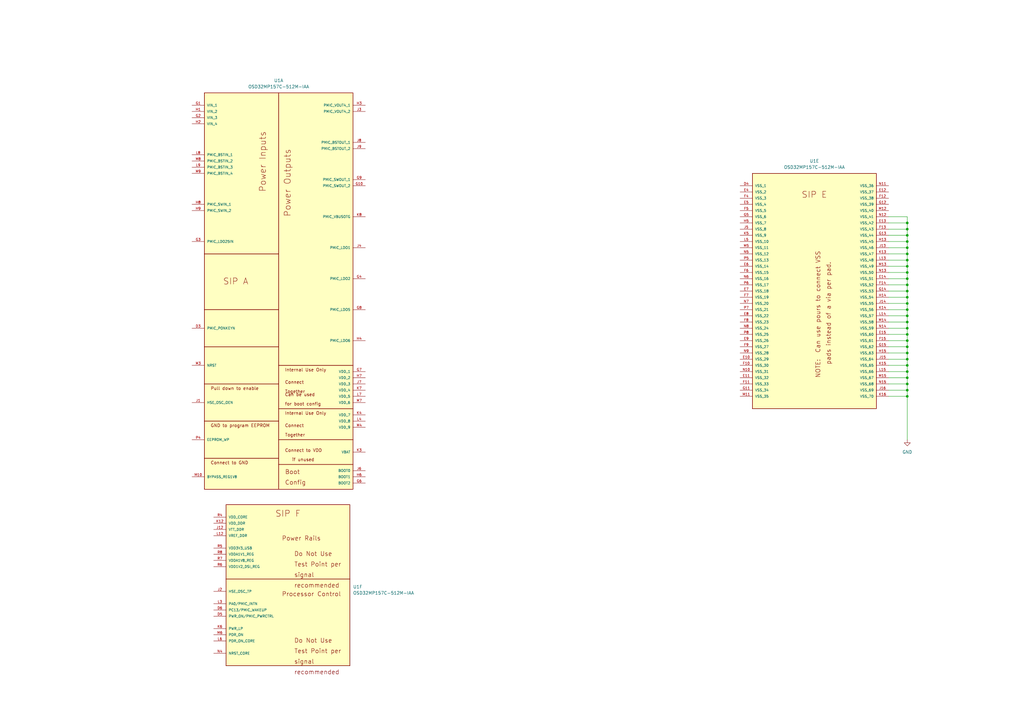
<source format=kicad_sch>
(kicad_sch (version 20231120) (generator "eeschema") (generator_version "8.0")
  (paper "A3")
  (lib_symbols
    (symbol "OSD32MP157C-512M-IAA:OSD32MP157C-512M-IAA" (pin_names (offset 1.016))
      (property "Reference" "U" (at 0 165.1 0))
      (property "Value" "OSD32MP157C-512M-IAA" (at 0 -2.54 0))
      (symbol "OSD32MP157C-512M-IAA_1_0"
        (polyline (pts (xy 0 96.52) (xy 30.48 96.52)) (stroke (width 0.254)))
        (polyline (pts (xy 30.48 10.16) (xy 30.48 0)) (stroke (width 0.254)))
        (polyline (pts (xy 30.48 10.16) (xy 30.48 12.7)) (stroke (width 0.254)))
        (polyline (pts (xy 30.48 12.7) (xy 0 12.7)) (stroke (width 0.254)))
        (polyline (pts (xy 30.48 20.32) (xy 30.48 12.7)) (stroke (width 0.254)))
        (polyline (pts (xy 30.48 20.32) (xy 30.48 27.94)) (stroke (width 0.254)))
        (polyline (pts (xy 30.48 20.32) (xy 60.96 20.32)) (stroke (width 0.254)))
        (polyline (pts (xy 30.48 27.94) (xy 0 27.94)) (stroke (width 0.254)))
        (polyline (pts (xy 30.48 33.02) (xy 30.48 27.94)) (stroke (width 0.254)))
        (polyline (pts (xy 30.48 33.02) (xy 60.96 33.02)) (stroke (width 0.254)))
        (polyline (pts (xy 30.48 43.18) (xy 0 43.18)) (stroke (width 0.254)))
        (polyline (pts (xy 30.48 43.18) (xy 30.48 33.02)) (stroke (width 0.254)))
        (polyline (pts (xy 30.48 50.8) (xy 30.48 43.18)) (stroke (width 0.254)))
        (polyline (pts (xy 30.48 50.8) (xy 60.96 50.8)) (stroke (width 0.254)))
        (polyline (pts (xy 30.48 58.42) (xy 0 58.42)) (stroke (width 0.254)))
        (polyline (pts (xy 30.48 58.42) (xy 30.48 50.8)) (stroke (width 0.254)))
        (polyline (pts (xy 30.48 73.66) (xy 0 73.66)) (stroke (width 0.254)))
        (polyline (pts (xy 30.48 73.66) (xy 30.48 58.42)) (stroke (width 0.254)))
        (polyline (pts (xy 30.48 96.52) (xy 30.48 73.66)) (stroke (width 0.254)))
        (polyline (pts (xy 30.48 162.56) (xy 30.48 96.52)) (stroke (width 0.254)))
        (polyline (pts (xy 60.96 10.16) (xy 30.48 10.16)) (stroke (width 0.254)))
        (rectangle (start 0 0) (end 60.96 162.56) (stroke (width 0.254)) (fill (type background)))
        (text "   if unused" (at 33.02 11.43 0) (effects (font (size 1.27 1.27)) (justify left bottom)))
        (text "Boot " (at 33.02 6.096 0) (effects (font (size 1.778 1.778)) (justify left bottom)))
        (text "Can be used" (at 33.02 38.1 0) (effects (font (size 1.27 1.27)) (justify left bottom)))
        (text "Config" (at 33.02 1.778 0) (effects (font (size 1.778 1.778)) (justify left bottom)))
        (text "Connect" (at 33.02 25.4 0) (effects (font (size 1.27 1.27)) (justify left bottom)))
        (text "Connect" (at 33.02 43.18 0) (effects (font (size 1.27 1.27)) (justify left bottom)))
        (text "Connect to GND" (at 2.54 10.16 0) (effects (font (size 1.27 1.27)) (justify left bottom)))
        (text "Connect to VDD" (at 33.02 15.24 0) (effects (font (size 1.27 1.27)) (justify left bottom)))
        (text "for boot config" (at 33.02 34.29 0) (effects (font (size 1.27 1.27)) (justify left bottom)))
        (text "GND to program EEPROM" (at 2.54 25.4 0) (effects (font (size 1.27 1.27)) (justify left bottom)))
        (text "Internal Use Only" (at 33.02 30.48 0) (effects (font (size 1.27 1.27)) (justify left bottom)))
        (text "Internal Use Only" (at 33.02 48.26 0) (effects (font (size 1.27 1.27)) (justify left bottom)))
        (text "Power Inputs" (at 25.4 121.92 900) (effects (font (size 2.54 2.54)) (justify left bottom)))
        (text "Power Outputs" (at 35.56 111.76 900) (effects (font (size 2.54 2.54)) (justify left bottom)))
        (text "Pull down to enable" (at 2.54 40.64 0) (effects (font (size 1.27 1.27)) (justify left bottom)))
        (text "SIP A" (at 7.62 83.82 0) (effects (font (size 2.54 2.54)) (justify left bottom)))
        (text "Together" (at 33.02 21.59 0) (effects (font (size 1.27 1.27)) (justify left bottom)))
        (text "Together" (at 33.02 39.37 0) (effects (font (size 1.27 1.27)) (justify left bottom)))
        (pin bidirectional line (at -5.08 66.04 0) (length 5.08) (name "PMIC_PONKEYN") (number "D3"))
        (pin bidirectional line (at -5.08 157.48 0) (length 5.08) (name "VIN_1") (number "G1"))
        (pin bidirectional line (at 66.04 124.46 180) (length 5.08) (name "PMIC_SWOUT_2") (number "G10"))
        (pin bidirectional line (at -5.08 152.4 0) (length 5.08) (name "VIN_3") (number "G2"))
        (pin bidirectional line (at -5.08 101.6 0) (length 5.08) (name "PMIC_LDO25IN") (number "G3"))
        (pin bidirectional line (at 66.04 86.36 180) (length 5.08) (name "PMIC_LDO2") (number "G4"))
        (pin bidirectional line (at 66.04 2.54 180) (length 5.08) (name "BOOT2") (number "G6"))
        (pin bidirectional line (at 66.04 48.26 180) (length 5.08) (name "VDD_1") (number "G7"))
        (pin bidirectional line (at 66.04 73.66 180) (length 5.08) (name "PMIC_LDO5") (number "G8"))
        (pin bidirectional line (at 66.04 127 180) (length 5.08) (name "PMIC_SWOUT_1") (number "G9"))
        (pin bidirectional line (at -5.08 154.94 0) (length 5.08) (name "VIN_2") (number "H1"))
        (pin bidirectional line (at -5.08 149.86 0) (length 5.08) (name "VIN_4") (number "H2"))
        (pin bidirectional line (at 66.04 157.48 180) (length 5.08) (name "PMIC_VOUT4_1") (number "H3"))
        (pin bidirectional line (at 66.04 60.96 180) (length 5.08) (name "PMIC_LDO6") (number "H4"))
        (pin bidirectional line (at 66.04 5.08 180) (length 5.08) (name "BOOT1") (number "H6"))
        (pin bidirectional line (at 66.04 45.72 180) (length 5.08) (name "VDD_2") (number "H7"))
        (pin bidirectional line (at -5.08 116.84 0) (length 5.08) (name "PMIC_SWIN_1") (number "H8"))
        (pin bidirectional line (at -5.08 114.3 0) (length 5.08) (name "PMIC_SWIN_2") (number "H9"))
        (pin bidirectional line (at -5.08 35.56 0) (length 5.08) (name "HSE_OSC_OEN") (number "J1"))
        (pin bidirectional line (at 66.04 154.94 180) (length 5.08) (name "PMIC_VOUT4_2") (number "J3"))
        (pin bidirectional line (at 66.04 99.06 180) (length 5.08) (name "PMIC_LDO1") (number "J4"))
        (pin bidirectional line (at 66.04 7.62 180) (length 5.08) (name "BOOT0") (number "J6"))
        (pin bidirectional line (at 66.04 43.18 180) (length 5.08) (name "VDD_3") (number "J7"))
        (pin bidirectional line (at 66.04 142.24 180) (length 5.08) (name "PMIC_BSTOUT_1") (number "J8"))
        (pin bidirectional line (at 66.04 139.7 180) (length 5.08) (name "PMIC_BSTOUT_2") (number "J9"))
        (pin bidirectional line (at 66.04 15.24 180) (length 5.08) (name "VBAT") (number "K3"))
        (pin bidirectional line (at 66.04 30.48 180) (length 5.08) (name "VDD_7") (number "K4"))
        (pin bidirectional line (at 66.04 40.64 180) (length 5.08) (name "VDD_4") (number "K7"))
        (pin bidirectional line (at 66.04 111.76 180) (length 5.08) (name "PMIC_VBUSOTG") (number "K8"))
        (pin bidirectional line (at 66.04 27.94 180) (length 5.08) (name "VDD_8") (number "L4"))
        (pin bidirectional line (at 66.04 38.1 180) (length 5.08) (name "VDD_5") (number "L7"))
        (pin bidirectional line (at -5.08 137.16 0) (length 5.08) (name "PMIC_BSTIN_1") (number "L8"))
        (pin bidirectional line (at -5.08 132.08 0) (length 5.08) (name "PMIC_BSTIN_3") (number "L9"))
        (pin bidirectional line (at -5.08 5.08 0) (length 5.08) (name "BYPASS_REG1V8") (number "M10"))
        (pin bidirectional line (at -5.08 50.8 0) (length 5.08) (name "NRST") (number "M3"))
        (pin bidirectional line (at 66.04 25.4 180) (length 5.08) (name "VDD_9") (number "M4"))
        (pin bidirectional line (at 66.04 35.56 180) (length 5.08) (name "VDD_6") (number "M7"))
        (pin bidirectional line (at -5.08 134.62 0) (length 5.08) (name "PMIC_BSTIN_2") (number "M8"))
        (pin bidirectional line (at -5.08 129.54 0) (length 5.08) (name "PMIC_BSTIN_4") (number "M9"))
        (pin bidirectional line (at -5.08 20.32 0) (length 5.08) (name "EEPROM_WP") (number "P4"))
      )
      (symbol "OSD32MP157C-512M-IAA_2_0"
        (rectangle (start 0 0) (end 50.8 96.52) (stroke (width 0.254)) (fill (type background)))
        (text "SIP B" (at 20.32 81.28 0) (effects (font (size 2.54 2.54)) (justify left bottom)))
        (pin bidirectional line (at -5.08 43.18 0) (length 5.08) (name "PB0") (number "A11"))
        (pin bidirectional line (at -5.08 73.66 0) (length 5.08) (name "PA7") (number "A12"))
        (pin bidirectional line (at -5.08 17.78 0) (length 5.08) (name "PB10") (number "A13"))
        (pin bidirectional line (at -5.08 10.16 0) (length 5.08) (name "PB13") (number "A14"))
        (pin bidirectional line (at -5.08 86.36 0) (length 5.08) (name "PA2") (number "A15"))
        (pin bidirectional line (at -5.08 78.74 0) (length 5.08) (name "PA5") (number "A16"))
        (pin bidirectional line (at 55.88 91.44 180) (length 5.08) (name "PC0") (number "A17"))
        (pin bidirectional line (at 55.88 5.08 180) (length 5.08) (name "PD15") (number "A2"))
        (pin bidirectional line (at -5.08 58.42 0) (length 5.08) (name "PA13") (number "A3"))
        (pin bidirectional line (at -5.08 83.82 0) (length 5.08) (name "PA3") (number "A5"))
        (pin bidirectional line (at -5.08 15.24 0) (length 5.08) (name "PB11") (number "A9"))
        (pin bidirectional line (at 55.88 20.32 180) (length 5.08) (name "PD9") (number "B1"))
        (pin bidirectional line (at -5.08 40.64 0) (length 5.08) (name "PB1") (number "B11"))
        (pin bidirectional line (at 55.88 81.28 180) (length 5.08) (name "PC4") (number "B12"))
        (pin bidirectional line (at -5.08 12.7 0) (length 5.08) (name "PB12") (number "B14"))
        (pin bidirectional line (at 55.88 88.9 180) (length 5.08) (name "PC1") (number "B15"))
        (pin bidirectional line (at -5.08 81.28 0) (length 5.08) (name "PA4") (number "B16"))
        (pin bidirectional line (at -5.08 76.2 0) (length 5.08) (name "PA6") (number "B17"))
        (pin bidirectional line (at 55.88 22.86 180) (length 5.08) (name "PD8") (number "B2"))
        (pin bidirectional line (at -5.08 55.88 0) (length 5.08) (name "PA14") (number "B3"))
        (pin bidirectional line (at 55.88 83.82 180) (length 5.08) (name "PC3") (number "B6"))
        (pin bidirectional line (at 55.88 78.74 180) (length 5.08) (name "PC5") (number "C12"))
        (pin bidirectional line (at -5.08 88.9 0) (length 5.08) (name "PA1") (number "C16"))
        (pin bidirectional line (at -5.08 30.48 0) (length 5.08) (name "PB5") (number "C17"))
        (pin bidirectional line (at 55.88 7.62 180) (length 5.08) (name "PD14") (number "C3"))
        (pin bidirectional line (at 55.88 86.36 180) (length 5.08) (name "PC2") (number "C7"))
        (pin bidirectional line (at 55.88 15.24 180) (length 5.08) (name "PD11") (number "E18"))
        (pin bidirectional line (at 55.88 12.7 180) (length 5.08) (name "PD12") (number "F16"))
        (pin bidirectional line (at 55.88 10.16 180) (length 5.08) (name "PD13") (number "F17"))
        (pin bidirectional line (at -5.08 27.94 0) (length 5.08) (name "PB6") (number "H18"))
        (pin bidirectional line (at -5.08 66.04 0) (length 5.08) (name "PA10") (number "L16"))
        (pin bidirectional line (at -5.08 63.5 0) (length 5.08) (name "PA11") (number "L17"))
        (pin bidirectional line (at -5.08 60.96 0) (length 5.08) (name "PA12") (number "L18"))
        (pin bidirectional line (at -5.08 38.1 0) (length 5.08) (name "PB2") (number "M18"))
        (pin bidirectional line (at 55.88 53.34 180) (length 5.08) (name "PC15-OSC32_OUT") (number "N1"))
        (pin bidirectional line (at 55.88 55.88 180) (length 5.08) (name "PC14-OSC32_IN") (number "N2"))
        (pin bidirectional line (at 55.88 73.66 180) (length 5.08) (name "PC7") (number "R16"))
        (pin bidirectional line (at 55.88 76.2 180) (length 5.08) (name "PC6") (number "R18"))
        (pin bidirectional line (at 55.88 27.94 180) (length 5.08) (name "PD6") (number "T10"))
        (pin bidirectional line (at 55.88 35.56 180) (length 5.08) (name "PD3") (number "T11"))
        (pin bidirectional line (at -5.08 22.86 0) (length 5.08) (name "PB8") (number "T13"))
        (pin bidirectional line (at -5.08 7.62 0) (length 5.08) (name "PB14") (number "T14"))
        (pin bidirectional line (at -5.08 53.34 0) (length 5.08) (name "PA15") (number "T15"))
        (pin bidirectional line (at 55.88 71.12 180) (length 5.08) (name "PC8") (number "T16"))
        (pin bidirectional line (at -5.08 71.12 0) (length 5.08) (name "PA8") (number "T17"))
        (pin bidirectional line (at 55.88 30.48 180) (length 5.08) (name "PD5") (number "U10"))
        (pin bidirectional line (at 55.88 40.64 180) (length 5.08) (name "PD1") (number "U11"))
        (pin bidirectional line (at -5.08 68.58 0) (length 5.08) (name "PA9") (number "U12"))
        (pin bidirectional line (at -5.08 20.32 0) (length 5.08) (name "PB9") (number "U13"))
        (pin bidirectional line (at -5.08 33.02 0) (length 5.08) (name "PB4") (number "U14"))
        (pin bidirectional line (at 55.88 68.58 180) (length 5.08) (name "PC9") (number "U16"))
        (pin bidirectional line (at 55.88 63.5 180) (length 5.08) (name "PC11") (number "U17"))
        (pin bidirectional line (at 55.88 38.1 180) (length 5.08) (name "PD2") (number "U18"))
        (pin bidirectional line (at 55.88 25.4 180) (length 5.08) (name "PD7") (number "U9"))
        (pin bidirectional line (at 55.88 33.02 180) (length 5.08) (name "PD4") (number "V10"))
        (pin bidirectional line (at 55.88 43.18 180) (length 5.08) (name "PD0") (number "V11"))
        (pin bidirectional line (at -5.08 25.4 0) (length 5.08) (name "PB7") (number "V12"))
        (pin bidirectional line (at -5.08 5.08 0) (length 5.08) (name "PB15") (number "V13"))
        (pin bidirectional line (at -5.08 35.56 0) (length 5.08) (name "PB3") (number "V14"))
        (pin bidirectional line (at 55.88 66.04 180) (length 5.08) (name "PC10") (number "V16"))
        (pin bidirectional line (at 55.88 60.96 180) (length 5.08) (name "PC12") (number "V17"))
        (pin bidirectional line (at 55.88 17.78 180) (length 5.08) (name "PD10") (number "V6"))
      )
      (symbol "OSD32MP157C-512M-IAA_3_0"
        (polyline (pts (xy 0 30.48) (xy 25.4 30.48)) (stroke (width 0.254)))
        (polyline (pts (xy 0 40.64) (xy 25.4 40.64)) (stroke (width 0.254)))
        (polyline (pts (xy 25.4 25.4) (xy 25.4 0)) (stroke (width 0.254)))
        (polyline (pts (xy 25.4 25.4) (xy 50.8 25.4)) (stroke (width 0.254)))
        (polyline (pts (xy 25.4 30.48) (xy 25.4 25.4)) (stroke (width 0.254)))
        (polyline (pts (xy 25.4 38.1) (xy 25.4 30.48)) (stroke (width 0.254)))
        (polyline (pts (xy 25.4 38.1) (xy 50.8 38.1)) (stroke (width 0.254)))
        (polyline (pts (xy 25.4 40.64) (xy 25.4 38.1)) (stroke (width 0.254)))
        (polyline (pts (xy 25.4 68.58) (xy 25.4 40.64)) (stroke (width 0.254)))
        (rectangle (start 0 0) (end 50.8 68.58) (stroke (width 0.254)) (fill (type background)))
        (text "Analog" (at 27.94 33.02 0) (effects (font (size 2.54 2.54)) (justify left bottom)))
        (text "Analog " (at 27.94 55.88 0) (effects (font (size 2.54 2.54)) (justify left bottom)))
        (text "DSI" (at 17.78 58.42 900) (effects (font (size 2.54 2.54)) (justify right top)))
        (text "JTAG" (at 27.94 20.32 0) (effects (font (size 2.54 2.54)) (justify left bottom)))
        (text "Power" (at 27.94 50.8 0) (effects (font (size 2.54 2.54)) (justify left bottom)))
        (text "SIP D" (at 7.62 35.56 0) (effects (font (size 2.54 2.54)) (justify left bottom)))
        (text "USB" (at 17.78 20.32 900) (effects (font (size 2.54 2.54)) (justify right top)))
        (pin bidirectional line (at -5.08 7.62 0) (length 5.08) (name "USB_DM2") (number "J17"))
        (pin bidirectional line (at -5.08 5.08 0) (length 5.08) (name "USB_DP2") (number "J18"))
        (pin bidirectional line (at 55.88 43.18 180) (length 5.08) (name "VSSA") (number "K1"))
        (pin bidirectional line (at -5.08 15.24 0) (length 5.08) (name "USB_DP1") (number "K17"))
        (pin bidirectional line (at -5.08 17.78 0) (length 5.08) (name "USB_DM1") (number "K18"))
        (pin bidirectional line (at 55.88 45.72 180) (length 5.08) (name "VREF-") (number "K2"))
        (pin bidirectional line (at -5.08 25.4 0) (length 5.08) (name "OTG_VBUS") (number "K9"))
        (pin bidirectional line (at 55.88 33.02 180) (length 5.08) (name "ANA0") (number "L1"))
        (pin bidirectional line (at 55.88 30.48 180) (length 5.08) (name "ANA1") (number "L2"))
        (pin bidirectional line (at 55.88 63.5 180) (length 5.08) (name "VDDA") (number "M1"))
        (pin bidirectional line (at 55.88 60.96 180) (length 5.08) (name "VREF+") (number "M2"))
        (pin bidirectional line (at -5.08 48.26 0) (length 5.08) (name "DSI_CKP") (number "N16"))
        (pin bidirectional line (at -5.08 55.88 0) (length 5.08) (name "DSI_D1P") (number "N17"))
        (pin bidirectional line (at -5.08 53.34 0) (length 5.08) (name "DSI_D1N") (number "N18"))
        (pin bidirectional line (at -5.08 45.72 0) (length 5.08) (name "DSI_CKN") (number "P16"))
        (pin bidirectional line (at -5.08 63.5 0) (length 5.08) (name "DSI_D0P") (number "P17"))
        (pin bidirectional line (at -5.08 60.96 0) (length 5.08) (name "DSI_D0N") (number "P18"))
        (pin bidirectional line (at 55.88 7.62 180) (length 5.08) (name "NJTRST") (number "R11"))
        (pin bidirectional line (at 55.88 10.16 180) (length 5.08) (name "JTDO-TRACESWO") (number "R12"))
        (pin bidirectional line (at 55.88 12.7 180) (length 5.08) (name "JTDI") (number "R13"))
        (pin bidirectional line (at 55.88 17.78 180) (length 5.08) (name "JTMS-SWDIO") (number "R14"))
        (pin bidirectional line (at 55.88 15.24 180) (length 5.08) (name "JTCK-SWCLK") (number "R15"))
      )
      (symbol "OSD32MP157C-512M-IAA_4_0"
        (rectangle (start 0 0) (end 50.8 144.78) (stroke (width 0.254)) (fill (type background)))
        (text "SIP C" (at 20.32 134.62 0) (effects (font (size 2.54 2.54)) (justify left bottom)))
        (pin bidirectional line (at -5.08 58.42 0) (length 5.08) (name "PF13") (number "A10"))
        (pin bidirectional line (at -5.08 12.7 0) (length 5.08) (name "PG12") (number "A4"))
        (pin bidirectional line (at -5.08 134.62 0) (length 5.08) (name "PE2") (number "A6"))
        (pin bidirectional line (at -5.08 7.62 0) (length 5.08) (name "PG14") (number "A7"))
        (pin bidirectional line (at -5.08 38.1 0) (length 5.08) (name "PG2") (number "A8"))
        (pin bidirectional line (at -5.08 55.88 0) (length 5.08) (name "PF14") (number "B10"))
        (pin bidirectional line (at 55.88 134.62 180) (length 5.08) (name "PH2") (number "B13"))
        (pin bidirectional line (at -5.08 63.5 0) (length 5.08) (name "PF11") (number "B18"))
        (pin bidirectional line (at 55.88 66.04 180) (length 5.08) (name "PI10") (number "B4"))
        (pin bidirectional line (at 55.88 124.46 180) (length 5.08) (name "PH6") (number "B5"))
        (pin bidirectional line (at -5.08 10.16 0) (length 5.08) (name "PG13") (number "B7"))
        (pin bidirectional line (at -5.08 40.64 0) (length 5.08) (name "PG1") (number "B8"))
        (pin bidirectional line (at -5.08 33.02 0) (length 5.08) (name "PG4") (number "B9"))
        (pin bidirectional line (at 55.88 71.12 180) (length 5.08) (name "PI8") (number "C1"))
        (pin bidirectional line (at -5.08 53.34 0) (length 5.08) (name "PF15") (number "C10"))
        (pin bidirectional line (at -5.08 60.96 0) (length 5.08) (name "PF12") (number "C11"))
        (pin bidirectional line (at 55.88 132.08 180) (length 5.08) (name "PH3") (number "C13"))
        (pin bidirectional line (at -5.08 15.24 0) (length 5.08) (name "PG11") (number "C14"))
        (pin bidirectional line (at -5.08 30.48 0) (length 5.08) (name "PG5") (number "C15"))
        (pin bidirectional line (at -5.08 17.78 0) (length 5.08) (name "PG10") (number "C18"))
        (pin bidirectional line (at 55.88 68.58 180) (length 5.08) (name "PI9") (number "C2"))
        (pin bidirectional line (at 55.88 63.5 180) (length 5.08) (name "PI11") (number "C4"))
        (pin bidirectional line (at 55.88 121.92 180) (length 5.08) (name "PH7") (number "C5"))
        (pin bidirectional line (at -5.08 83.82 0) (length 5.08) (name "PF3") (number "C6"))
        (pin bidirectional line (at -5.08 43.18 0) (length 5.08) (name "PG0") (number "C8"))
        (pin bidirectional line (at -5.08 35.56 0) (length 5.08) (name "PG3") (number "C9"))
        (pin bidirectional line (at 55.88 27.94 180) (length 5.08) (name "PZ6") (number "D1"))
        (pin bidirectional line (at -5.08 22.86 0) (length 5.08) (name "PG8") (number "D16"))
        (pin bidirectional line (at -5.08 121.92 0) (length 5.08) (name "PE7") (number "D17"))
        (pin bidirectional line (at -5.08 119.38 0) (length 5.08) (name "PE8") (number "D18"))
        (pin bidirectional line (at 55.88 25.4 180) (length 5.08) (name "PZ7") (number "D2"))
        (pin bidirectional line (at 55.88 35.56 180) (length 5.08) (name "PZ3") (number "E1"))
        (pin bidirectional line (at -5.08 116.84 0) (length 5.08) (name "PE9") (number "E16"))
        (pin bidirectional line (at -5.08 114.3 0) (length 5.08) (name "PE10") (number "E17"))
        (pin bidirectional line (at 55.88 33.02 180) (length 5.08) (name "PZ4/PMIC_SCL") (number "E2"))
        (pin bidirectional line (at 55.88 30.48 180) (length 5.08) (name "PZ5/PMIC_SDA") (number "E3"))
        (pin bidirectional line (at 55.88 43.18 180) (length 5.08) (name "PZ0") (number "F1"))
        (pin bidirectional line (at -5.08 76.2 0) (length 5.08) (name "PF6") (number "F18"))
        (pin bidirectional line (at 55.88 40.64 180) (length 5.08) (name "PZ1") (number "F2"))
        (pin bidirectional line (at 55.88 38.1 180) (length 5.08) (name "PZ2") (number "F3"))
        (pin bidirectional line (at -5.08 73.66 0) (length 5.08) (name "PF7") (number "G16"))
        (pin bidirectional line (at -5.08 71.12 0) (length 5.08) (name "PF8") (number "G17"))
        (pin bidirectional line (at -5.08 68.58 0) (length 5.08) (name "PF9") (number "G18"))
        (pin bidirectional line (at -5.08 66.04 0) (length 5.08) (name "PF10") (number "H16"))
        (pin bidirectional line (at -5.08 25.4 0) (length 5.08) (name "PG7") (number "H17"))
        (pin bidirectional line (at -5.08 20.32 0) (length 5.08) (name "PG9") (number "M17"))
        (pin bidirectional line (at 55.88 73.66 180) (length 5.08) (name "PI7") (number "N3"))
        (pin bidirectional line (at 55.88 81.28 180) (length 5.08) (name "PI4") (number "P1"))
        (pin bidirectional line (at 55.88 78.74 180) (length 5.08) (name "PI5") (number "P2"))
        (pin bidirectional line (at 55.88 76.2 180) (length 5.08) (name "PI6") (number "P3"))
        (pin bidirectional line (at 55.88 88.9 180) (length 5.08) (name "PI1") (number "R1"))
        (pin bidirectional line (at -5.08 129.54 0) (length 5.08) (name "PE4") (number "R17"))
        (pin bidirectional line (at 55.88 86.36 180) (length 5.08) (name "PI2") (number "R2"))
        (pin bidirectional line (at 55.88 83.82 180) (length 5.08) (name "PI3") (number "R3"))
        (pin bidirectional line (at 55.88 104.14 180) (length 5.08) (name "PH14") (number "T1"))
        (pin bidirectional line (at -5.08 132.08 0) (length 5.08) (name "PE3") (number "T12"))
        (pin bidirectional line (at -5.08 86.36 0) (length 5.08) (name "PF2") (number "T18"))
        (pin bidirectional line (at 55.88 101.6 180) (length 5.08) (name "PH15") (number "T2"))
        (pin bidirectional line (at 55.88 91.44 180) (length 5.08) (name "PI0") (number "T3"))
        (pin bidirectional line (at 55.88 119.38 180) (length 5.08) (name "PH8") (number "T4"))
        (pin bidirectional line (at -5.08 106.68 0) (length 5.08) (name "PE13") (number "T5"))
        (pin bidirectional line (at 55.88 127 180) (length 5.08) (name "PH5") (number "T6"))
        (pin bidirectional line (at -5.08 137.16 0) (length 5.08) (name "PE1") (number "T7"))
        (pin bidirectional line (at -5.08 78.74 0) (length 5.08) (name "PF5") (number "T8"))
        (pin bidirectional line (at -5.08 124.46 0) (length 5.08) (name "PE6") (number "T9"))
        (pin bidirectional line (at 55.88 106.68 180) (length 5.08) (name "PH13") (number "U1"))
        (pin bidirectional line (at -5.08 27.94 0) (length 5.08) (name "PG6") (number "U15"))
        (pin bidirectional line (at 55.88 109.22 180) (length 5.08) (name "PH12") (number "U2"))
        (pin bidirectional line (at 55.88 114.3 180) (length 5.08) (name "PH10") (number "U3"))
        (pin bidirectional line (at -5.08 101.6 0) (length 5.08) (name "PE15") (number "U4"))
        (pin bidirectional line (at -5.08 109.22 0) (length 5.08) (name "PE12") (number "U5"))
        (pin bidirectional line (at 55.88 129.54 180) (length 5.08) (name "PH4") (number "U6"))
        (pin bidirectional line (at -5.08 139.7 0) (length 5.08) (name "PE0") (number "U7"))
        (pin bidirectional line (at -5.08 91.44 0) (length 5.08) (name "PF0") (number "U8"))
        (pin bidirectional line (at -5.08 127 0) (length 5.08) (name "PE5") (number "V15"))
        (pin bidirectional line (at 55.88 111.76 180) (length 5.08) (name "PH11") (number "V2"))
        (pin bidirectional line (at 55.88 116.84 180) (length 5.08) (name "PH9") (number "V3"))
        (pin bidirectional line (at -5.08 104.14 0) (length 5.08) (name "PE14") (number "V4"))
        (pin bidirectional line (at -5.08 111.76 0) (length 5.08) (name "PE11") (number "V5"))
        (pin bidirectional line (at -5.08 81.28 0) (length 5.08) (name "PF4") (number "V7"))
        (pin bidirectional line (at -5.08 88.9 0) (length 5.08) (name "PF1") (number "V8"))
        (pin bidirectional line (at -5.08 5.08 0) (length 5.08) (name "PG15") (number "V9"))
      )
      (symbol "OSD32MP157C-512M-IAA_5_0"
        (rectangle (start 0 0) (end 50.8 96.52) (stroke (width 0.254)) (fill (type background)))
        (text "    pads instead of a via per pad." (at 32.258 12.7 900) (effects (font (size 1.778 1.778)) (justify left bottom)))
        (text "NOTE:  Can use pours to connect VSS" (at 27.94 12.7 900) (effects (font (size 1.778 1.778)) (justify left bottom)))
        (text "SIP E" (at 25.4 86.36 0) (effects (font (size 2.54 2.54)) (justify bottom)))
        (pin bidirectional line (at -5.08 91.44 0) (length 5.08) (name "VSS_1") (number "D4"))
        (pin bidirectional line (at -5.08 20.32 0) (length 5.08) (name "VSS_29") (number "E10"))
        (pin bidirectional line (at -5.08 12.7 0) (length 5.08) (name "VSS_32") (number "E11"))
        (pin bidirectional line (at 55.88 88.9 180) (length 5.08) (name "VSS_37") (number "E12"))
        (pin bidirectional line (at 55.88 76.2 180) (length 5.08) (name "VSS_42") (number "E13"))
        (pin bidirectional line (at 55.88 53.34 180) (length 5.08) (name "VSS_51") (number "E14"))
        (pin bidirectional line (at 55.88 30.48 180) (length 5.08) (name "VSS_60") (number "E15"))
        (pin bidirectional line (at -5.08 88.9 0) (length 5.08) (name "VSS_2") (number "E4"))
        (pin bidirectional line (at -5.08 83.82 0) (length 5.08) (name "VSS_4") (number "E5"))
        (pin bidirectional line (at -5.08 58.42 0) (length 5.08) (name "VSS_14") (number "E6"))
        (pin bidirectional line (at -5.08 48.26 0) (length 5.08) (name "VSS_18") (number "E7"))
        (pin bidirectional line (at -5.08 38.1 0) (length 5.08) (name "VSS_22") (number "E8"))
        (pin bidirectional line (at -5.08 27.94 0) (length 5.08) (name "VSS_26") (number "E9"))
        (pin bidirectional line (at -5.08 17.78 0) (length 5.08) (name "VSS_30") (number "F10"))
        (pin bidirectional line (at -5.08 10.16 0) (length 5.08) (name "VSS_33") (number "F11"))
        (pin bidirectional line (at 55.88 86.36 180) (length 5.08) (name "VSS_38") (number "F12"))
        (pin bidirectional line (at 55.88 73.66 180) (length 5.08) (name "VSS_43") (number "F13"))
        (pin bidirectional line (at 55.88 50.8 180) (length 5.08) (name "VSS_52") (number "F14"))
        (pin bidirectional line (at 55.88 27.94 180) (length 5.08) (name "VSS_61") (number "F15"))
        (pin bidirectional line (at -5.08 86.36 0) (length 5.08) (name "VSS_3") (number "F4"))
        (pin bidirectional line (at -5.08 81.28 0) (length 5.08) (name "VSS_5") (number "F5"))
        (pin bidirectional line (at -5.08 55.88 0) (length 5.08) (name "VSS_15") (number "F6"))
        (pin bidirectional line (at -5.08 45.72 0) (length 5.08) (name "VSS_19") (number "F7"))
        (pin bidirectional line (at -5.08 35.56 0) (length 5.08) (name "VSS_23") (number "F8"))
        (pin bidirectional line (at -5.08 25.4 0) (length 5.08) (name "VSS_27") (number "F9"))
        (pin bidirectional line (at -5.08 7.62 0) (length 5.08) (name "VSS_34") (number "G11"))
        (pin bidirectional line (at 55.88 83.82 180) (length 5.08) (name "VSS_39") (number "G12"))
        (pin bidirectional line (at 55.88 71.12 180) (length 5.08) (name "VSS_44") (number "G13"))
        (pin bidirectional line (at 55.88 48.26 180) (length 5.08) (name "VSS_53") (number "G14"))
        (pin bidirectional line (at 55.88 25.4 180) (length 5.08) (name "VSS_62") (number "G15"))
        (pin bidirectional line (at -5.08 78.74 0) (length 5.08) (name "VSS_6") (number "G5"))
        (pin bidirectional line (at 55.88 68.58 180) (length 5.08) (name "VSS_45") (number "H13"))
        (pin bidirectional line (at 55.88 45.72 180) (length 5.08) (name "VSS_54") (number "H14"))
        (pin bidirectional line (at 55.88 22.86 180) (length 5.08) (name "VSS_63") (number "H15"))
        (pin bidirectional line (at -5.08 76.2 0) (length 5.08) (name "VSS_7") (number "H5"))
        (pin bidirectional line (at 55.88 66.04 180) (length 5.08) (name "VSS_46") (number "J13"))
        (pin bidirectional line (at 55.88 43.18 180) (length 5.08) (name "VSS_55") (number "J14"))
        (pin bidirectional line (at 55.88 20.32 180) (length 5.08) (name "VSS_64") (number "J15"))
        (pin bidirectional line (at 55.88 7.62 180) (length 5.08) (name "VSS_69") (number "J16"))
        (pin bidirectional line (at -5.08 73.66 0) (length 5.08) (name "VSS_8") (number "J5"))
        (pin bidirectional line (at 55.88 63.5 180) (length 5.08) (name "VSS_47") (number "K13"))
        (pin bidirectional line (at 55.88 40.64 180) (length 5.08) (name "VSS_56") (number "K14"))
        (pin bidirectional line (at 55.88 17.78 180) (length 5.08) (name "VSS_65") (number "K15"))
        (pin bidirectional line (at 55.88 5.08 180) (length 5.08) (name "VSS_70") (number "K16"))
        (pin bidirectional line (at -5.08 71.12 0) (length 5.08) (name "VSS_9") (number "K5"))
        (pin bidirectional line (at 55.88 60.96 180) (length 5.08) (name "VSS_48") (number "L13"))
        (pin bidirectional line (at 55.88 38.1 180) (length 5.08) (name "VSS_57") (number "L14"))
        (pin bidirectional line (at 55.88 15.24 180) (length 5.08) (name "VSS_66") (number "L15"))
        (pin bidirectional line (at -5.08 68.58 0) (length 5.08) (name "VSS_10") (number "L5"))
        (pin bidirectional line (at -5.08 5.08 0) (length 5.08) (name "VSS_35") (number "M11"))
        (pin bidirectional line (at 55.88 81.28 180) (length 5.08) (name "VSS_40") (number "M12"))
        (pin bidirectional line (at 55.88 58.42 180) (length 5.08) (name "VSS_49") (number "M13"))
        (pin bidirectional line (at 55.88 35.56 180) (length 5.08) (name "VSS_58") (number "M14"))
        (pin bidirectional line (at 55.88 12.7 180) (length 5.08) (name "VSS_67") (number "M15"))
        (pin bidirectional line (at -5.08 66.04 0) (length 5.08) (name "VSS_11") (number "M5"))
        (pin bidirectional line (at -5.08 15.24 0) (length 5.08) (name "VSS_31") (number "N10"))
        (pin bidirectional line (at 55.88 91.44 180) (length 5.08) (name "VSS_36") (number "N11"))
        (pin bidirectional line (at 55.88 78.74 180) (length 5.08) (name "VSS_41") (number "N12"))
        (pin bidirectional line (at 55.88 55.88 180) (length 5.08) (name "VSS_50") (number "N13"))
        (pin bidirectional line (at 55.88 33.02 180) (length 5.08) (name "VSS_59") (number "N14"))
        (pin bidirectional line (at 55.88 10.16 180) (length 5.08) (name "VSS_68") (number "N15"))
        (pin bidirectional line (at -5.08 63.5 0) (length 5.08) (name "VSS_12") (number "N5"))
        (pin bidirectional line (at -5.08 53.34 0) (length 5.08) (name "VSS_16") (number "N6"))
        (pin bidirectional line (at -5.08 43.18 0) (length 5.08) (name "VSS_20") (number "N7"))
        (pin bidirectional line (at -5.08 33.02 0) (length 5.08) (name "VSS_24") (number "N8"))
        (pin bidirectional line (at -5.08 22.86 0) (length 5.08) (name "VSS_28") (number "N9"))
        (pin bidirectional line (at -5.08 60.96 0) (length 5.08) (name "VSS_13") (number "P5"))
        (pin bidirectional line (at -5.08 50.8 0) (length 5.08) (name "VSS_17") (number "P6"))
        (pin bidirectional line (at -5.08 40.64 0) (length 5.08) (name "VSS_21") (number "P7"))
        (pin bidirectional line (at -5.08 30.48 0) (length 5.08) (name "VSS_25") (number "P8"))
      )
      (symbol "OSD32MP157C-512M-IAA_6_0"
        (polyline (pts (xy 0 35.56) (xy 50.8 35.56)) (stroke (width 0.254)))
        (rectangle (start 0 0) (end 50.8 66.04) (stroke (width 0.254)) (fill (type background)))
        (text "Do Not Use" (at 27.94 11.43 0) (effects (font (size 1.778 1.778)) (justify left top)))
        (text "Do Not Use" (at 27.94 46.99 0) (effects (font (size 1.778 1.778)) (justify left top)))
        (text "Power Rails" (at 22.86 53.34 0) (effects (font (size 1.778 1.778)) (justify left top)))
        (text "Processor Control" (at 22.86 30.48 0) (effects (font (size 1.778 1.778)) (justify left top)))
        (text "recommended" (at 27.94 -1.524 0) (effects (font (size 1.778 1.778)) (justify left top)))
        (text "recommended" (at 27.94 34.036 0) (effects (font (size 1.778 1.778)) (justify left top)))
        (text "signal " (at 27.94 2.794 0) (effects (font (size 1.778 1.778)) (justify left top)))
        (text "signal " (at 27.94 38.354 0) (effects (font (size 1.778 1.778)) (justify left top)))
        (text "SIP F" (at 25.4 60.96 0) (effects (font (size 2.54 2.54)) (justify bottom)))
        (text "Test Point per " (at 27.94 7.112 0) (effects (font (size 1.778 1.778)) (justify left top)))
        (text "Test Point per " (at 27.94 42.672 0) (effects (font (size 1.778 1.778)) (justify left top)))
        (pin bidirectional line (at -5.08 20.32 0) (length 5.08) (name "PWR_ON/PMIC_PWRCTRL") (number "D5"))
        (pin bidirectional line (at -5.08 22.86 0) (length 5.08) (name "PC13/PMIC_WAKEUP") (number "D6"))
        (pin bidirectional line (at -5.08 55.88 0) (length 5.08) (name "VTT_DDR") (number "J12"))
        (pin bidirectional line (at -5.08 30.48 0) (length 5.08) (name "HSE_OSC_TP") (number "J2"))
        (pin bidirectional line (at -5.08 58.42 0) (length 5.08) (name "VDD_DDR") (number "K12"))
        (pin bidirectional line (at -5.08 15.24 0) (length 5.08) (name "PWR_LP") (number "K6"))
        (pin bidirectional line (at -5.08 53.34 0) (length 5.08) (name "VREF_DDR") (number "L12"))
        (pin bidirectional line (at -5.08 25.4 0) (length 5.08) (name "PA0/PMIC_INTN") (number "L3"))
        (pin bidirectional line (at -5.08 10.16 0) (length 5.08) (name "PDR_ON_CORE") (number "L6"))
        (pin bidirectional line (at -5.08 12.7 0) (length 5.08) (name "PDR_ON") (number "M6"))
        (pin bidirectional line (at -5.08 5.08 0) (length 5.08) (name "NRST_CORE") (number "N4"))
        (pin bidirectional line (at -5.08 60.96 0) (length 5.08) (name "VDD_CORE") (number "R4"))
        (pin bidirectional line (at -5.08 48.26 0) (length 5.08) (name "VDD3V3_USB") (number "R5"))
        (pin bidirectional line (at -5.08 40.64 0) (length 5.08) (name "VDD1V2_DSI_REG") (number "R6"))
        (pin bidirectional line (at -5.08 43.18 0) (length 5.08) (name "VDDA1V8_REG") (number "R7"))
        (pin bidirectional line (at -5.08 45.72 0) (length 5.08) (name "VDDA1V1_REG") (number "R8"))
      )
      (symbol "OSD32MP157C-512M-IAA_7_0"
        (rectangle (start 0 0) (end 50.8 33.02) (stroke (width 0.254)) (fill (type background)))
        (text "All pins reserved " (at 17.78 18.796 0) (effects (font (size 1.778 1.778)) (justify left bottom)))
        (text "Do Not Connect" (at 20.32 10.16 0) (effects (font (size 1.778 1.778)) (justify left bottom)))
        (text "for future use" (at 17.78 14.478 0) (effects (font (size 1.778 1.778)) (justify left bottom)))
        (text "SIP G" (at 30.48 22.86 0) (effects (font (size 2.54 2.54)) (justify bottom)))
        (pin bidirectional line (at -5.08 15.24 0) (length 5.08) (name "RSVD_6") (number "D10"))
        (pin bidirectional line (at -5.08 27.94 0) (length 5.08) (name "RSVD_1") (number "D7"))
        (pin bidirectional line (at -5.08 25.4 0) (length 5.08) (name "RSVD_2") (number "D8"))
        (pin bidirectional line (at -5.08 22.86 0) (length 5.08) (name "RSVD_3") (number "D9"))
        (pin bidirectional line (at -5.08 7.62 0) (length 5.08) (name "RSVD_9") (number "H12"))
        (pin bidirectional line (at -5.08 5.08 0) (length 5.08) (name "RSVD_10") (number "M16"))
        (pin bidirectional line (at -5.08 12.7 0) (length 5.08) (name "RSVD_7") (number "P10"))
        (pin bidirectional line (at -5.08 20.32 0) (length 5.08) (name "RSVD_4") (number "P9"))
        (pin bidirectional line (at -5.08 10.16 0) (length 5.08) (name "RSVD_8") (number "R10"))
        (pin bidirectional line (at -5.08 17.78 0) (length 5.08) (name "RSVD_5") (number "R9"))
      )
    )
    (symbol "power:GND" (power) (pin_numbers hide) (pin_names (offset 0) hide)
      (property "Value" "GND" (at 0 -3.81 0))
      (symbol "GND_0_1"
        (polyline (pts (xy 0 0) (xy 0 -1.27) (xy 1.27 -1.27) (xy 0 -2.54) (xy -1.27 -1.27) (xy 0 -1.27)))
      )
      (symbol "GND_1_1"
        (pin power_in line (at 0 0 270) (length 0) (name "~") (number "1"))
      )
    )
  )
  (junction (at 372.11 147.32))
  (junction (at 372.11 144.78))
  (junction (at 372.11 160.02))
  (junction (at 372.11 96.52))
  (junction (at 372.11 157.48))
  (junction (at 372.11 121.92))
  (junction (at 372.11 99.06))
  (junction (at 372.11 104.14))
  (junction (at 372.11 119.38))
  (junction (at 372.11 154.94))
  (junction (at 372.11 116.84))
  (junction (at 372.11 101.6))
  (junction (at 372.11 106.68))
  (junction (at 372.11 142.24))
  (junction (at 372.11 93.98))
  (junction (at 372.11 111.76))
  (junction (at 372.11 139.7))
  (junction (at 372.11 132.08))
  (junction (at 372.11 109.22))
  (junction (at 372.11 152.4))
  (junction (at 372.11 149.86))
  (junction (at 372.11 129.54))
  (junction (at 372.11 127))
  (junction (at 372.11 91.44))
  (junction (at 372.11 134.62))
  (junction (at 372.11 114.3))
  (junction (at 372.11 124.46))
  (junction (at 372.11 162.56))
  (junction (at 372.11 137.16))
  (wire (pts (xy 372.11 104.14) (xy 372.11 106.68)))
  (wire (pts (xy 372.11 160.02) (xy 372.11 162.56)))
  (wire (pts (xy 364.49 132.08) (xy 372.11 132.08)))
  (wire (pts (xy 364.49 119.38) (xy 372.11 119.38)))
  (wire (pts (xy 372.11 119.38) (xy 372.11 121.92)))
  (wire (pts (xy 364.49 96.52) (xy 372.11 96.52)))
  (wire (pts (xy 372.11 121.92) (xy 372.11 124.46)))
  (wire (pts (xy 372.11 180.34) (xy 372.11 162.56)))
  (wire (pts (xy 364.49 149.86) (xy 372.11 149.86)))
  (wire (pts (xy 372.11 154.94) (xy 372.11 157.48)))
  (wire (pts (xy 372.11 147.32) (xy 372.11 149.86)))
  (wire (pts (xy 364.49 104.14) (xy 372.11 104.14)))
  (wire (pts (xy 372.11 91.44) (xy 372.11 93.98)))
  (wire (pts (xy 364.49 124.46) (xy 372.11 124.46)))
  (wire (pts (xy 364.49 157.48) (xy 372.11 157.48)))
  (wire (pts (xy 364.49 101.6) (xy 372.11 101.6)))
  (wire (pts (xy 364.49 116.84) (xy 372.11 116.84)))
  (wire (pts (xy 364.49 134.62) (xy 372.11 134.62)))
  (wire (pts (xy 372.11 124.46) (xy 372.11 127)))
  (wire (pts (xy 364.49 144.78) (xy 372.11 144.78)))
  (wire (pts (xy 372.11 132.08) (xy 372.11 134.62)))
  (wire (pts (xy 364.49 142.24) (xy 372.11 142.24)))
  (wire (pts (xy 372.11 142.24) (xy 372.11 144.78)))
  (wire (pts (xy 372.11 144.78) (xy 372.11 147.32)))
  (wire (pts (xy 364.49 154.94) (xy 372.11 154.94)))
  (wire (pts (xy 372.11 157.48) (xy 372.11 160.02)))
  (wire (pts (xy 364.49 152.4) (xy 372.11 152.4)))
  (wire (pts (xy 372.11 162.56) (xy 364.49 162.56)))
  (wire (pts (xy 364.49 109.22) (xy 372.11 109.22)))
  (wire (pts (xy 372.11 99.06) (xy 372.11 101.6)))
  (wire (pts (xy 364.49 121.92) (xy 372.11 121.92)))
  (wire (pts (xy 372.11 93.98) (xy 372.11 96.52)))
  (wire (pts (xy 364.49 88.9) (xy 372.11 88.9)))
  (wire (pts (xy 372.11 106.68) (xy 372.11 109.22)))
  (wire (pts (xy 372.11 96.52) (xy 372.11 99.06)))
  (wire (pts (xy 372.11 152.4) (xy 372.11 154.94)))
  (wire (pts (xy 364.49 99.06) (xy 372.11 99.06)))
  (wire (pts (xy 364.49 106.68) (xy 372.11 106.68)))
  (wire (pts (xy 372.11 109.22) (xy 372.11 111.76)))
  (wire (pts (xy 364.49 111.76) (xy 372.11 111.76)))
  (wire (pts (xy 364.49 127) (xy 372.11 127)))
  (wire (pts (xy 372.11 116.84) (xy 372.11 119.38)))
  (wire (pts (xy 364.49 91.44) (xy 372.11 91.44)))
  (wire (pts (xy 364.49 147.32) (xy 372.11 147.32)))
  (wire (pts (xy 364.49 160.02) (xy 372.11 160.02)))
  (wire (pts (xy 364.49 129.54) (xy 372.11 129.54)))
  (wire (pts (xy 372.11 127) (xy 372.11 129.54)))
  (wire (pts (xy 364.49 139.7) (xy 372.11 139.7)))
  (wire (pts (xy 372.11 101.6) (xy 372.11 104.14)))
  (wire (pts (xy 372.11 149.86) (xy 372.11 152.4)))
  (wire (pts (xy 372.11 88.9) (xy 372.11 91.44)))
  (wire (pts (xy 364.49 137.16) (xy 372.11 137.16)))
  (wire (pts (xy 364.49 93.98) (xy 372.11 93.98)))
  (wire (pts (xy 372.11 111.76) (xy 372.11 114.3)))
  (wire (pts (xy 372.11 139.7) (xy 372.11 142.24)))
  (wire (pts (xy 372.11 134.62) (xy 372.11 137.16)))
  (wire (pts (xy 372.11 137.16) (xy 372.11 139.7)))
  (wire (pts (xy 372.11 129.54) (xy 372.11 132.08)))
  (wire (pts (xy 372.11 114.3) (xy 372.11 116.84)))
  (wire (pts (xy 364.49 114.3) (xy 372.11 114.3)))
  (symbol (lib_id "power:GND") (at 372.11 180.34 0) (unit 1)
    (property "Reference" "#PWR01" (effects (hide yes)))
    (property "Value" "GND" (at 372.11 185.42 0))
    (property "Description" "Power symbol creates a global label with name \"GND\" , ground" (effects (hide yes)))
  )
  (symbol (lib_id "OSD32MP157C-512M-IAA:OSD32MP157C-512M-IAA") (at 308.61 167.64 0) (unit 5)
    (property "Reference" "U1" (at 334.01 66.04 0))
    (property "Value" "OSD32MP157C-512M-IAA" (at 334.01 68.58 0))
    (property "Footprint" "OSD32MP157C-512M-IAA:OSD32MP15X-BGA-324" (effects (hide yes)))
    (property "MF" "Octavo Systems LLC" (effects (hide yes)))
    (property "Description_1" "\nOSD32MP15x Embedded Module Arm® Dual Cortex®-A7, Arm® Cortex®-M4 NEON™ SIMD 650MHz, 209MHz\n" (effects (hide yes)))
    (property "Package" "BGA-302 Octavo Systems" (effects (hide yes)))
    (property "Price" "None" (effects (hide yes)))
    (property "SnapEDA_Link" "https://www.snapeda.com/parts/OSD32MP157C-512M-IAA/Octavo+Systems+LLC/view-part/?ref=snap" (effects (hide yes)))
    (property "MP" "OSD32MP157C-512M-IAA" (effects (hide yes)))
    (property "Purchase-URL" "https://www.snapeda.com/api/url_track_click_mouser/?unipart_id=4998964&manufacturer=Octavo Systems LLC&part_name=OSD32MP157C-512M-IAA&search_term=osd32mp1" (effects (hide yes)))
    (property "Availability" "In Stock" (effects (hide yes)))
    (property "Check_prices" "https://www.snapeda.com/parts/OSD32MP157C-512M-IAA/Octavo+Systems+LLC/view-part/?ref=eda" (effects (hide yes)))
  )
  (symbol (lib_id "OSD32MP157C-512M-IAA:OSD32MP157C-512M-IAA") (at 92.71 273.05 0) (unit 6)
    (property "Reference" "U1" (at 144.78 240.6809 0) (effects (justify left)))
    (property "Value" "OSD32MP157C-512M-IAA" (at 144.78 243.2209 0) (effects (justify left)))
    (property "Footprint" "OSD32MP157C-512M-IAA:OSD32MP15X-BGA-324" (effects (hide yes)))
    (property "MF" "Octavo Systems LLC" (effects (hide yes)))
    (property "Description_1" "\nOSD32MP15x Embedded Module Arm® Dual Cortex®-A7, Arm® Cortex®-M4 NEON™ SIMD 650MHz, 209MHz\n" (effects (hide yes)))
    (property "Package" "BGA-302 Octavo Systems" (effects (hide yes)))
    (property "Price" "None" (effects (hide yes)))
    (property "SnapEDA_Link" "https://www.snapeda.com/parts/OSD32MP157C-512M-IAA/Octavo+Systems+LLC/view-part/?ref=snap" (effects (hide yes)))
    (property "MP" "OSD32MP157C-512M-IAA" (effects (hide yes)))
    (property "Purchase-URL" "https://www.snapeda.com/api/url_track_click_mouser/?unipart_id=4998964&manufacturer=Octavo Systems LLC&part_name=OSD32MP157C-512M-IAA&search_term=osd32mp1" (effects (hide yes)))
    (property "Availability" "In Stock" (effects (hide yes)))
    (property "Check_prices" "https://www.snapeda.com/parts/OSD32MP157C-512M-IAA/Octavo+Systems+LLC/view-part/?ref=eda" (effects (hide yes)))
  )
  (symbol (lib_id "OSD32MP157C-512M-IAA:OSD32MP157C-512M-IAA") (at 83.82 200.66 0) (unit 1)
    (property "Reference" "U1" (at 114.3 33.02 0))
    (property "Value" "OSD32MP157C-512M-IAA" (at 114.3 35.56 0))
    (property "Footprint" "OSD32MP157C-512M-IAA:OSD32MP15X-BGA-324" (effects (hide yes)))
    (property "MF" "Octavo Systems LLC" (effects (hide yes)))
    (property "Description_1" "\nOSD32MP15x Embedded Module Arm® Dual Cortex®-A7, Arm® Cortex®-M4 NEON™ SIMD 650MHz, 209MHz\n" (effects (hide yes)))
    (property "Package" "BGA-302 Octavo Systems" (effects (hide yes)))
    (property "Price" "None" (effects (hide yes)))
    (property "SnapEDA_Link" "https://www.snapeda.com/parts/OSD32MP157C-512M-IAA/Octavo+Systems+LLC/view-part/?ref=snap" (effects (hide yes)))
    (property "MP" "OSD32MP157C-512M-IAA" (effects (hide yes)))
    (property "Purchase-URL" "https://www.snapeda.com/api/url_track_click_mouser/?unipart_id=4998964&manufacturer=Octavo Systems LLC&part_name=OSD32MP157C-512M-IAA&search_term=osd32mp1" (effects (hide yes)))
    (property "Availability" "In Stock" (effects (hide yes)))
    (property "Check_prices" "https://www.snapeda.com/parts/OSD32MP157C-512M-IAA/Octavo+Systems+LLC/view-part/?ref=eda" (effects (hide yes)))
  )
)
</source>
